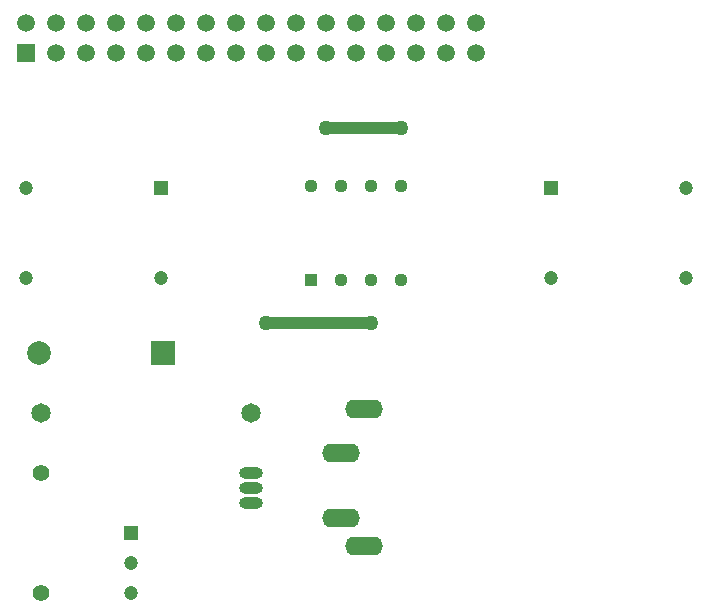
<source format=gtl>
G04*
G04 #@! TF.GenerationSoftware,Altium Limited,Altium Designer,20.0.13 (296)*
G04*
G04 Layer_Physical_Order=1*
G04 Layer_Color=255*
%FSLAX25Y25*%
%MOIN*%
G70*
G01*
G75*
%ADD33C,0.03937*%
%ADD34C,0.05000*%
%ADD35C,0.02500*%
%ADD36R,0.05906X0.05906*%
%ADD37C,0.05906*%
%ADD38R,0.07874X0.07874*%
%ADD39C,0.07874*%
%ADD40O,0.12598X0.06299*%
%ADD41O,0.07874X0.03937*%
%ADD42O,0.07874X0.03937*%
%ADD43C,0.04724*%
%ADD44R,0.04724X0.04724*%
%ADD45C,0.05512*%
%ADD46C,0.06496*%
%ADD47R,0.04449X0.04449*%
%ADD48C,0.04449*%
%ADD49C,0.05000*%
D33*
X160000Y135000D02*
X195000D01*
X180000Y200000D02*
X205000D01*
D34*
X84409Y125000D02*
X85000D01*
D35*
X180000Y235000D02*
X180268D01*
D36*
X80000Y225000D02*
D03*
D37*
Y235000D02*
D03*
X90000Y225000D02*
D03*
Y235000D02*
D03*
X100000Y225000D02*
D03*
Y235000D02*
D03*
X110000Y225000D02*
D03*
Y235000D02*
D03*
X120000Y225000D02*
D03*
Y235000D02*
D03*
X130000Y225000D02*
D03*
Y235000D02*
D03*
X140000Y225000D02*
D03*
Y235000D02*
D03*
X150000Y225000D02*
D03*
Y235000D02*
D03*
X160000Y225000D02*
D03*
Y235000D02*
D03*
X170000Y225000D02*
D03*
Y235000D02*
D03*
X180000Y225000D02*
D03*
Y235000D02*
D03*
X190000Y225000D02*
D03*
Y235000D02*
D03*
X200000Y225000D02*
D03*
Y235000D02*
D03*
X210000Y225000D02*
D03*
Y235000D02*
D03*
X220000Y225000D02*
D03*
Y235000D02*
D03*
X230000Y225000D02*
D03*
Y235000D02*
D03*
D38*
X125591Y125000D02*
D03*
D39*
X84409D02*
D03*
D40*
X192874Y106220D02*
D03*
X185000Y91654D02*
D03*
Y70000D02*
D03*
X192874Y60551D02*
D03*
D41*
X155000Y75000D02*
D03*
D42*
Y80000D02*
D03*
Y85000D02*
D03*
D43*
X115000Y45000D02*
D03*
Y55000D02*
D03*
X80000Y150000D02*
D03*
Y180000D02*
D03*
X125000Y150000D02*
D03*
X300000D02*
D03*
Y180000D02*
D03*
X255000Y150000D02*
D03*
D44*
X115000Y65000D02*
D03*
X125000Y180000D02*
D03*
X255000D02*
D03*
D45*
X85000Y85000D02*
D03*
Y45000D02*
D03*
D46*
Y105000D02*
D03*
X155000D02*
D03*
D47*
X175000Y149370D02*
D03*
D48*
X185000D02*
D03*
X195000D02*
D03*
X205000D02*
D03*
Y180630D02*
D03*
X195000D02*
D03*
X185000D02*
D03*
X175000D02*
D03*
D49*
X195000Y135000D02*
D03*
X160000D02*
D03*
X180000Y200000D02*
D03*
X205000D02*
D03*
M02*

</source>
